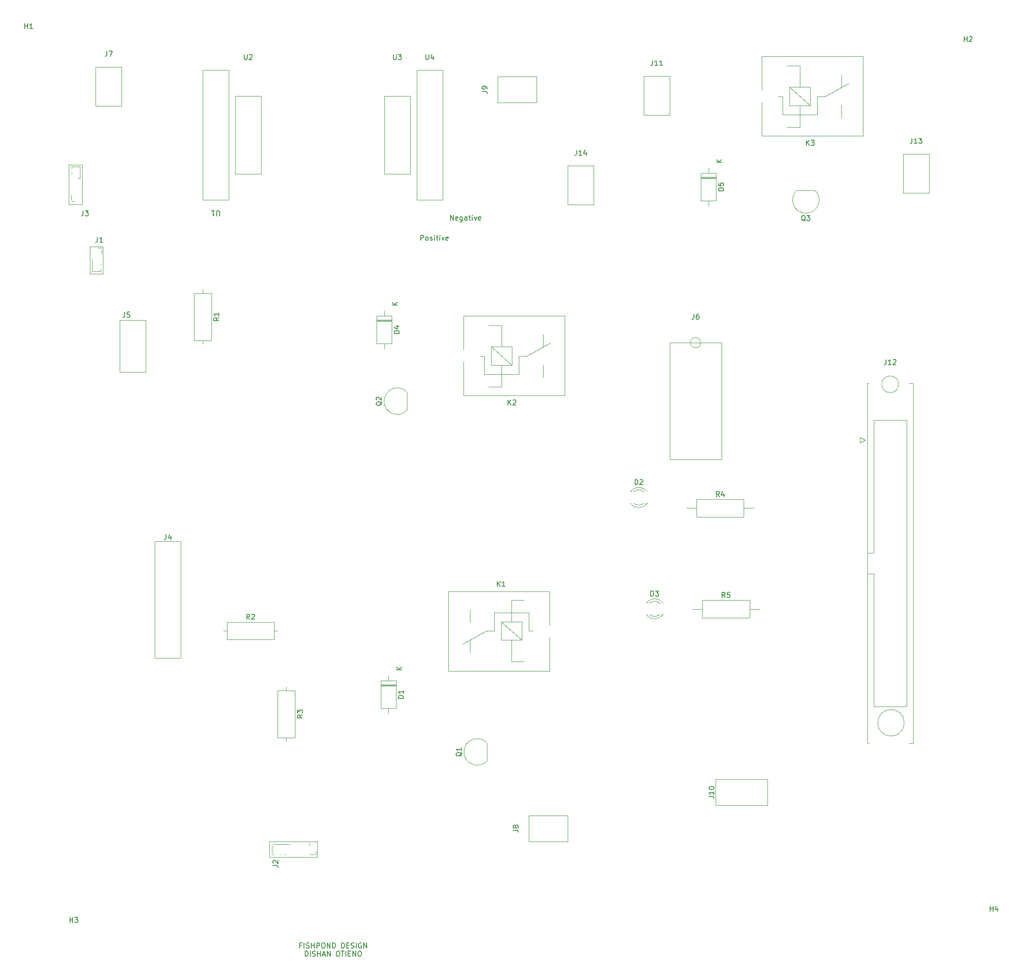
<source format=gbr>
%TF.GenerationSoftware,KiCad,Pcbnew,(6.0.2)*%
%TF.CreationDate,2023-04-19T16:32:00+03:00*%
%TF.ProjectId,Pond_circuit,506f6e64-5f63-4697-9263-7569742e6b69,rev?*%
%TF.SameCoordinates,Original*%
%TF.FileFunction,Legend,Top*%
%TF.FilePolarity,Positive*%
%FSLAX46Y46*%
G04 Gerber Fmt 4.6, Leading zero omitted, Abs format (unit mm)*
G04 Created by KiCad (PCBNEW (6.0.2)) date 2023-04-19 16:32:00*
%MOMM*%
%LPD*%
G01*
G04 APERTURE LIST*
%ADD10C,0.150000*%
%ADD11C,0.120000*%
G04 APERTURE END LIST*
D10*
X172968019Y-52192180D02*
X172968019Y-51192180D01*
X173539447Y-52192180D01*
X173539447Y-51192180D01*
X174396590Y-52144561D02*
X174301352Y-52192180D01*
X174110876Y-52192180D01*
X174015638Y-52144561D01*
X173968019Y-52049323D01*
X173968019Y-51668371D01*
X174015638Y-51573133D01*
X174110876Y-51525514D01*
X174301352Y-51525514D01*
X174396590Y-51573133D01*
X174444209Y-51668371D01*
X174444209Y-51763609D01*
X173968019Y-51858847D01*
X175301352Y-51525514D02*
X175301352Y-52335038D01*
X175253733Y-52430276D01*
X175206114Y-52477895D01*
X175110876Y-52525514D01*
X174968019Y-52525514D01*
X174872780Y-52477895D01*
X175301352Y-52144561D02*
X175206114Y-52192180D01*
X175015638Y-52192180D01*
X174920400Y-52144561D01*
X174872780Y-52096942D01*
X174825161Y-52001704D01*
X174825161Y-51715990D01*
X174872780Y-51620752D01*
X174920400Y-51573133D01*
X175015638Y-51525514D01*
X175206114Y-51525514D01*
X175301352Y-51573133D01*
X176206114Y-52192180D02*
X176206114Y-51668371D01*
X176158495Y-51573133D01*
X176063257Y-51525514D01*
X175872780Y-51525514D01*
X175777542Y-51573133D01*
X176206114Y-52144561D02*
X176110876Y-52192180D01*
X175872780Y-52192180D01*
X175777542Y-52144561D01*
X175729923Y-52049323D01*
X175729923Y-51954085D01*
X175777542Y-51858847D01*
X175872780Y-51811228D01*
X176110876Y-51811228D01*
X176206114Y-51763609D01*
X176539447Y-51525514D02*
X176920400Y-51525514D01*
X176682304Y-51192180D02*
X176682304Y-52049323D01*
X176729923Y-52144561D01*
X176825161Y-52192180D01*
X176920400Y-52192180D01*
X177253733Y-52192180D02*
X177253733Y-51525514D01*
X177253733Y-51192180D02*
X177206114Y-51239800D01*
X177253733Y-51287419D01*
X177301352Y-51239800D01*
X177253733Y-51192180D01*
X177253733Y-51287419D01*
X177634685Y-51525514D02*
X177872780Y-52192180D01*
X178110876Y-51525514D01*
X178872780Y-52144561D02*
X178777542Y-52192180D01*
X178587066Y-52192180D01*
X178491828Y-52144561D01*
X178444209Y-52049323D01*
X178444209Y-51668371D01*
X178491828Y-51573133D01*
X178587066Y-51525514D01*
X178777542Y-51525514D01*
X178872780Y-51573133D01*
X178920400Y-51668371D01*
X178920400Y-51763609D01*
X178444209Y-51858847D01*
X167133923Y-56154580D02*
X167133923Y-55154580D01*
X167514876Y-55154580D01*
X167610114Y-55202200D01*
X167657733Y-55249819D01*
X167705352Y-55345057D01*
X167705352Y-55487914D01*
X167657733Y-55583152D01*
X167610114Y-55630771D01*
X167514876Y-55678390D01*
X167133923Y-55678390D01*
X168276780Y-56154580D02*
X168181542Y-56106961D01*
X168133923Y-56059342D01*
X168086304Y-55964104D01*
X168086304Y-55678390D01*
X168133923Y-55583152D01*
X168181542Y-55535533D01*
X168276780Y-55487914D01*
X168419638Y-55487914D01*
X168514876Y-55535533D01*
X168562495Y-55583152D01*
X168610114Y-55678390D01*
X168610114Y-55964104D01*
X168562495Y-56059342D01*
X168514876Y-56106961D01*
X168419638Y-56154580D01*
X168276780Y-56154580D01*
X168991066Y-56106961D02*
X169086304Y-56154580D01*
X169276780Y-56154580D01*
X169372019Y-56106961D01*
X169419638Y-56011723D01*
X169419638Y-55964104D01*
X169372019Y-55868866D01*
X169276780Y-55821247D01*
X169133923Y-55821247D01*
X169038685Y-55773628D01*
X168991066Y-55678390D01*
X168991066Y-55630771D01*
X169038685Y-55535533D01*
X169133923Y-55487914D01*
X169276780Y-55487914D01*
X169372019Y-55535533D01*
X169848209Y-56154580D02*
X169848209Y-55487914D01*
X169848209Y-55154580D02*
X169800590Y-55202200D01*
X169848209Y-55249819D01*
X169895828Y-55202200D01*
X169848209Y-55154580D01*
X169848209Y-55249819D01*
X170181542Y-55487914D02*
X170562495Y-55487914D01*
X170324400Y-55154580D02*
X170324400Y-56011723D01*
X170372019Y-56106961D01*
X170467257Y-56154580D01*
X170562495Y-56154580D01*
X170895828Y-56154580D02*
X170895828Y-55487914D01*
X170895828Y-55154580D02*
X170848209Y-55202200D01*
X170895828Y-55249819D01*
X170943447Y-55202200D01*
X170895828Y-55154580D01*
X170895828Y-55249819D01*
X171276780Y-55487914D02*
X171514876Y-56154580D01*
X171752971Y-55487914D01*
X172514876Y-56106961D02*
X172419638Y-56154580D01*
X172229161Y-56154580D01*
X172133923Y-56106961D01*
X172086304Y-56011723D01*
X172086304Y-55630771D01*
X172133923Y-55535533D01*
X172229161Y-55487914D01*
X172419638Y-55487914D01*
X172514876Y-55535533D01*
X172562495Y-55630771D01*
X172562495Y-55726009D01*
X172086304Y-55821247D01*
X143785714Y-194123571D02*
X143452380Y-194123571D01*
X143452380Y-194647380D02*
X143452380Y-193647380D01*
X143928571Y-193647380D01*
X144309523Y-194647380D02*
X144309523Y-193647380D01*
X144738095Y-194599761D02*
X144880952Y-194647380D01*
X145119047Y-194647380D01*
X145214285Y-194599761D01*
X145261904Y-194552142D01*
X145309523Y-194456904D01*
X145309523Y-194361666D01*
X145261904Y-194266428D01*
X145214285Y-194218809D01*
X145119047Y-194171190D01*
X144928571Y-194123571D01*
X144833333Y-194075952D01*
X144785714Y-194028333D01*
X144738095Y-193933095D01*
X144738095Y-193837857D01*
X144785714Y-193742619D01*
X144833333Y-193695000D01*
X144928571Y-193647380D01*
X145166666Y-193647380D01*
X145309523Y-193695000D01*
X145738095Y-194647380D02*
X145738095Y-193647380D01*
X145738095Y-194123571D02*
X146309523Y-194123571D01*
X146309523Y-194647380D02*
X146309523Y-193647380D01*
X146785714Y-194647380D02*
X146785714Y-193647380D01*
X147166666Y-193647380D01*
X147261904Y-193695000D01*
X147309523Y-193742619D01*
X147357142Y-193837857D01*
X147357142Y-193980714D01*
X147309523Y-194075952D01*
X147261904Y-194123571D01*
X147166666Y-194171190D01*
X146785714Y-194171190D01*
X147976190Y-193647380D02*
X148166666Y-193647380D01*
X148261904Y-193695000D01*
X148357142Y-193790238D01*
X148404761Y-193980714D01*
X148404761Y-194314047D01*
X148357142Y-194504523D01*
X148261904Y-194599761D01*
X148166666Y-194647380D01*
X147976190Y-194647380D01*
X147880952Y-194599761D01*
X147785714Y-194504523D01*
X147738095Y-194314047D01*
X147738095Y-193980714D01*
X147785714Y-193790238D01*
X147880952Y-193695000D01*
X147976190Y-193647380D01*
X148833333Y-194647380D02*
X148833333Y-193647380D01*
X149404761Y-194647380D01*
X149404761Y-193647380D01*
X149880952Y-194647380D02*
X149880952Y-193647380D01*
X150119047Y-193647380D01*
X150261904Y-193695000D01*
X150357142Y-193790238D01*
X150404761Y-193885476D01*
X150452380Y-194075952D01*
X150452380Y-194218809D01*
X150404761Y-194409285D01*
X150357142Y-194504523D01*
X150261904Y-194599761D01*
X150119047Y-194647380D01*
X149880952Y-194647380D01*
X151642857Y-194647380D02*
X151642857Y-193647380D01*
X151880952Y-193647380D01*
X152023809Y-193695000D01*
X152119047Y-193790238D01*
X152166666Y-193885476D01*
X152214285Y-194075952D01*
X152214285Y-194218809D01*
X152166666Y-194409285D01*
X152119047Y-194504523D01*
X152023809Y-194599761D01*
X151880952Y-194647380D01*
X151642857Y-194647380D01*
X152642857Y-194123571D02*
X152976190Y-194123571D01*
X153119047Y-194647380D02*
X152642857Y-194647380D01*
X152642857Y-193647380D01*
X153119047Y-193647380D01*
X153500000Y-194599761D02*
X153642857Y-194647380D01*
X153880952Y-194647380D01*
X153976190Y-194599761D01*
X154023809Y-194552142D01*
X154071428Y-194456904D01*
X154071428Y-194361666D01*
X154023809Y-194266428D01*
X153976190Y-194218809D01*
X153880952Y-194171190D01*
X153690476Y-194123571D01*
X153595238Y-194075952D01*
X153547619Y-194028333D01*
X153500000Y-193933095D01*
X153500000Y-193837857D01*
X153547619Y-193742619D01*
X153595238Y-193695000D01*
X153690476Y-193647380D01*
X153928571Y-193647380D01*
X154071428Y-193695000D01*
X154500000Y-194647380D02*
X154500000Y-193647380D01*
X155500000Y-193695000D02*
X155404761Y-193647380D01*
X155261904Y-193647380D01*
X155119047Y-193695000D01*
X155023809Y-193790238D01*
X154976190Y-193885476D01*
X154928571Y-194075952D01*
X154928571Y-194218809D01*
X154976190Y-194409285D01*
X155023809Y-194504523D01*
X155119047Y-194599761D01*
X155261904Y-194647380D01*
X155357142Y-194647380D01*
X155500000Y-194599761D01*
X155547619Y-194552142D01*
X155547619Y-194218809D01*
X155357142Y-194218809D01*
X155976190Y-194647380D02*
X155976190Y-193647380D01*
X156547619Y-194647380D01*
X156547619Y-193647380D01*
X144523809Y-196257380D02*
X144523809Y-195257380D01*
X144761904Y-195257380D01*
X144904761Y-195305000D01*
X145000000Y-195400238D01*
X145047619Y-195495476D01*
X145095238Y-195685952D01*
X145095238Y-195828809D01*
X145047619Y-196019285D01*
X145000000Y-196114523D01*
X144904761Y-196209761D01*
X144761904Y-196257380D01*
X144523809Y-196257380D01*
X145523809Y-196257380D02*
X145523809Y-195257380D01*
X145952380Y-196209761D02*
X146095238Y-196257380D01*
X146333333Y-196257380D01*
X146428571Y-196209761D01*
X146476190Y-196162142D01*
X146523809Y-196066904D01*
X146523809Y-195971666D01*
X146476190Y-195876428D01*
X146428571Y-195828809D01*
X146333333Y-195781190D01*
X146142857Y-195733571D01*
X146047619Y-195685952D01*
X146000000Y-195638333D01*
X145952380Y-195543095D01*
X145952380Y-195447857D01*
X146000000Y-195352619D01*
X146047619Y-195305000D01*
X146142857Y-195257380D01*
X146380952Y-195257380D01*
X146523809Y-195305000D01*
X146952380Y-196257380D02*
X146952380Y-195257380D01*
X146952380Y-195733571D02*
X147523809Y-195733571D01*
X147523809Y-196257380D02*
X147523809Y-195257380D01*
X147952380Y-195971666D02*
X148428571Y-195971666D01*
X147857142Y-196257380D02*
X148190476Y-195257380D01*
X148523809Y-196257380D01*
X148857142Y-196257380D02*
X148857142Y-195257380D01*
X149428571Y-196257380D01*
X149428571Y-195257380D01*
X150857142Y-195257380D02*
X151047619Y-195257380D01*
X151142857Y-195305000D01*
X151238095Y-195400238D01*
X151285714Y-195590714D01*
X151285714Y-195924047D01*
X151238095Y-196114523D01*
X151142857Y-196209761D01*
X151047619Y-196257380D01*
X150857142Y-196257380D01*
X150761904Y-196209761D01*
X150666666Y-196114523D01*
X150619047Y-195924047D01*
X150619047Y-195590714D01*
X150666666Y-195400238D01*
X150761904Y-195305000D01*
X150857142Y-195257380D01*
X151571428Y-195257380D02*
X152142857Y-195257380D01*
X151857142Y-196257380D02*
X151857142Y-195257380D01*
X152476190Y-196257380D02*
X152476190Y-195257380D01*
X152952380Y-195733571D02*
X153285714Y-195733571D01*
X153428571Y-196257380D02*
X152952380Y-196257380D01*
X152952380Y-195257380D01*
X153428571Y-195257380D01*
X153857142Y-196257380D02*
X153857142Y-195257380D01*
X154428571Y-196257380D01*
X154428571Y-195257380D01*
X155095238Y-195257380D02*
X155285714Y-195257380D01*
X155380952Y-195305000D01*
X155476190Y-195400238D01*
X155523809Y-195590714D01*
X155523809Y-195924047D01*
X155476190Y-196114523D01*
X155380952Y-196209761D01*
X155285714Y-196257380D01*
X155095238Y-196257380D01*
X155000000Y-196209761D01*
X154904761Y-196114523D01*
X154857142Y-195924047D01*
X154857142Y-195590714D01*
X154904761Y-195400238D01*
X155000000Y-195305000D01*
X155095238Y-195257380D01*
%TO.C,J14*%
X197691476Y-38492180D02*
X197691476Y-39206466D01*
X197643857Y-39349323D01*
X197548619Y-39444561D01*
X197405761Y-39492180D01*
X197310523Y-39492180D01*
X198691476Y-39492180D02*
X198120047Y-39492180D01*
X198405761Y-39492180D02*
X198405761Y-38492180D01*
X198310523Y-38635038D01*
X198215285Y-38730276D01*
X198120047Y-38777895D01*
X199548619Y-38825514D02*
X199548619Y-39492180D01*
X199310523Y-38444561D02*
X199072428Y-39158847D01*
X199691476Y-39158847D01*
%TO.C,H4*%
X278638095Y-187452380D02*
X278638095Y-186452380D01*
X278638095Y-186928571D02*
X279209523Y-186928571D01*
X279209523Y-187452380D02*
X279209523Y-186452380D01*
X280114285Y-186785714D02*
X280114285Y-187452380D01*
X279876190Y-186404761D02*
X279638095Y-187119047D01*
X280257142Y-187119047D01*
%TO.C,U3*%
X161798095Y-19772380D02*
X161798095Y-20581904D01*
X161845714Y-20677142D01*
X161893333Y-20724761D01*
X161988571Y-20772380D01*
X162179047Y-20772380D01*
X162274285Y-20724761D01*
X162321904Y-20677142D01*
X162369523Y-20581904D01*
X162369523Y-19772380D01*
X162750476Y-19772380D02*
X163369523Y-19772380D01*
X163036190Y-20153333D01*
X163179047Y-20153333D01*
X163274285Y-20200952D01*
X163321904Y-20248571D01*
X163369523Y-20343809D01*
X163369523Y-20581904D01*
X163321904Y-20677142D01*
X163274285Y-20724761D01*
X163179047Y-20772380D01*
X162893333Y-20772380D01*
X162798095Y-20724761D01*
X162750476Y-20677142D01*
%TO.C,K1*%
X182135504Y-123891180D02*
X182135504Y-122891180D01*
X182706933Y-123891180D02*
X182278361Y-123319752D01*
X182706933Y-122891180D02*
X182135504Y-123462609D01*
X183659314Y-123891180D02*
X183087885Y-123891180D01*
X183373600Y-123891180D02*
X183373600Y-122891180D01*
X183278361Y-123034038D01*
X183183123Y-123129276D01*
X183087885Y-123176895D01*
%TO.C,R3*%
X143989980Y-149010666D02*
X143513790Y-149344000D01*
X143989980Y-149582095D02*
X142989980Y-149582095D01*
X142989980Y-149201142D01*
X143037600Y-149105904D01*
X143085219Y-149058285D01*
X143180457Y-149010666D01*
X143323314Y-149010666D01*
X143418552Y-149058285D01*
X143466171Y-149105904D01*
X143513790Y-149201142D01*
X143513790Y-149582095D01*
X142989980Y-148677333D02*
X142989980Y-148058285D01*
X143370933Y-148391619D01*
X143370933Y-148248761D01*
X143418552Y-148153523D01*
X143466171Y-148105904D01*
X143561409Y-148058285D01*
X143799504Y-148058285D01*
X143894742Y-148105904D01*
X143942361Y-148153523D01*
X143989980Y-148248761D01*
X143989980Y-148534476D01*
X143942361Y-148629714D01*
X143894742Y-148677333D01*
%TO.C,Q2*%
X159547619Y-87725238D02*
X159500000Y-87820476D01*
X159404761Y-87915714D01*
X159261904Y-88058571D01*
X159214285Y-88153809D01*
X159214285Y-88249047D01*
X159452380Y-88201428D02*
X159404761Y-88296666D01*
X159309523Y-88391904D01*
X159119047Y-88439523D01*
X158785714Y-88439523D01*
X158595238Y-88391904D01*
X158500000Y-88296666D01*
X158452380Y-88201428D01*
X158452380Y-88010952D01*
X158500000Y-87915714D01*
X158595238Y-87820476D01*
X158785714Y-87772857D01*
X159119047Y-87772857D01*
X159309523Y-87820476D01*
X159404761Y-87915714D01*
X159452380Y-88010952D01*
X159452380Y-88201428D01*
X158547619Y-87391904D02*
X158500000Y-87344285D01*
X158452380Y-87249047D01*
X158452380Y-87010952D01*
X158500000Y-86915714D01*
X158547619Y-86868095D01*
X158642857Y-86820476D01*
X158738095Y-86820476D01*
X158880952Y-86868095D01*
X159452380Y-87439523D01*
X159452380Y-86820476D01*
%TO.C,J5*%
X109191466Y-70216780D02*
X109191466Y-70931066D01*
X109143847Y-71073923D01*
X109048609Y-71169161D01*
X108905752Y-71216780D01*
X108810514Y-71216780D01*
X110143847Y-70216780D02*
X109667657Y-70216780D01*
X109620038Y-70692971D01*
X109667657Y-70645352D01*
X109762895Y-70597733D01*
X110000990Y-70597733D01*
X110096228Y-70645352D01*
X110143847Y-70692971D01*
X110191466Y-70788209D01*
X110191466Y-71026304D01*
X110143847Y-71121542D01*
X110096228Y-71169161D01*
X110000990Y-71216780D01*
X109762895Y-71216780D01*
X109667657Y-71169161D01*
X109620038Y-71121542D01*
%TO.C,U1*%
X127761904Y-51347619D02*
X127761904Y-50538095D01*
X127714285Y-50442857D01*
X127666666Y-50395238D01*
X127571428Y-50347619D01*
X127380952Y-50347619D01*
X127285714Y-50395238D01*
X127238095Y-50442857D01*
X127190476Y-50538095D01*
X127190476Y-51347619D01*
X126190476Y-50347619D02*
X126761904Y-50347619D01*
X126476190Y-50347619D02*
X126476190Y-51347619D01*
X126571428Y-51204761D01*
X126666666Y-51109523D01*
X126761904Y-51061904D01*
%TO.C,Q1*%
X175198419Y-156356038D02*
X175150800Y-156451276D01*
X175055561Y-156546514D01*
X174912704Y-156689371D01*
X174865085Y-156784609D01*
X174865085Y-156879847D01*
X175103180Y-156832228D02*
X175055561Y-156927466D01*
X174960323Y-157022704D01*
X174769847Y-157070323D01*
X174436514Y-157070323D01*
X174246038Y-157022704D01*
X174150800Y-156927466D01*
X174103180Y-156832228D01*
X174103180Y-156641752D01*
X174150800Y-156546514D01*
X174246038Y-156451276D01*
X174436514Y-156403657D01*
X174769847Y-156403657D01*
X174960323Y-156451276D01*
X175055561Y-156546514D01*
X175103180Y-156641752D01*
X175103180Y-156832228D01*
X175103180Y-155451276D02*
X175103180Y-156022704D01*
X175103180Y-155736990D02*
X174103180Y-155736990D01*
X174246038Y-155832228D01*
X174341276Y-155927466D01*
X174388895Y-156022704D01*
%TO.C,U2*%
X132588095Y-19772380D02*
X132588095Y-20581904D01*
X132635714Y-20677142D01*
X132683333Y-20724761D01*
X132778571Y-20772380D01*
X132969047Y-20772380D01*
X133064285Y-20724761D01*
X133111904Y-20677142D01*
X133159523Y-20581904D01*
X133159523Y-19772380D01*
X133588095Y-19867619D02*
X133635714Y-19820000D01*
X133730952Y-19772380D01*
X133969047Y-19772380D01*
X134064285Y-19820000D01*
X134111904Y-19867619D01*
X134159523Y-19962857D01*
X134159523Y-20058095D01*
X134111904Y-20200952D01*
X133540476Y-20772380D01*
X134159523Y-20772380D01*
%TO.C,D3*%
X212210504Y-125762380D02*
X212210504Y-124762380D01*
X212448600Y-124762380D01*
X212591457Y-124810000D01*
X212686695Y-124905238D01*
X212734314Y-125000476D01*
X212781933Y-125190952D01*
X212781933Y-125333809D01*
X212734314Y-125524285D01*
X212686695Y-125619523D01*
X212591457Y-125714761D01*
X212448600Y-125762380D01*
X212210504Y-125762380D01*
X213115266Y-124762380D02*
X213734314Y-124762380D01*
X213400980Y-125143333D01*
X213543838Y-125143333D01*
X213639076Y-125190952D01*
X213686695Y-125238571D01*
X213734314Y-125333809D01*
X213734314Y-125571904D01*
X213686695Y-125667142D01*
X213639076Y-125714761D01*
X213543838Y-125762380D01*
X213258123Y-125762380D01*
X213162885Y-125714761D01*
X213115266Y-125667142D01*
%TO.C,U4*%
X168148095Y-19772380D02*
X168148095Y-20581904D01*
X168195714Y-20677142D01*
X168243333Y-20724761D01*
X168338571Y-20772380D01*
X168529047Y-20772380D01*
X168624285Y-20724761D01*
X168671904Y-20677142D01*
X168719523Y-20581904D01*
X168719523Y-19772380D01*
X169624285Y-20105714D02*
X169624285Y-20772380D01*
X169386190Y-19724761D02*
X169148095Y-20439047D01*
X169767142Y-20439047D01*
%TO.C,J12*%
X258270476Y-79462380D02*
X258270476Y-80176666D01*
X258222857Y-80319523D01*
X258127619Y-80414761D01*
X257984761Y-80462380D01*
X257889523Y-80462380D01*
X259270476Y-80462380D02*
X258699047Y-80462380D01*
X258984761Y-80462380D02*
X258984761Y-79462380D01*
X258889523Y-79605238D01*
X258794285Y-79700476D01*
X258699047Y-79748095D01*
X259651428Y-79557619D02*
X259699047Y-79510000D01*
X259794285Y-79462380D01*
X260032380Y-79462380D01*
X260127619Y-79510000D01*
X260175238Y-79557619D01*
X260222857Y-79652857D01*
X260222857Y-79748095D01*
X260175238Y-79890952D01*
X259603809Y-80462380D01*
X260222857Y-80462380D01*
%TO.C,R5*%
X226756933Y-126053180D02*
X226423600Y-125576990D01*
X226185504Y-126053180D02*
X226185504Y-125053180D01*
X226566457Y-125053180D01*
X226661695Y-125100800D01*
X226709314Y-125148419D01*
X226756933Y-125243657D01*
X226756933Y-125386514D01*
X226709314Y-125481752D01*
X226661695Y-125529371D01*
X226566457Y-125576990D01*
X226185504Y-125576990D01*
X227661695Y-125053180D02*
X227185504Y-125053180D01*
X227137885Y-125529371D01*
X227185504Y-125481752D01*
X227280742Y-125434133D01*
X227518838Y-125434133D01*
X227614076Y-125481752D01*
X227661695Y-125529371D01*
X227709314Y-125624609D01*
X227709314Y-125862704D01*
X227661695Y-125957942D01*
X227614076Y-126005561D01*
X227518838Y-126053180D01*
X227280742Y-126053180D01*
X227185504Y-126005561D01*
X227137885Y-125957942D01*
%TO.C,J11*%
X212550476Y-20947380D02*
X212550476Y-21661666D01*
X212502857Y-21804523D01*
X212407619Y-21899761D01*
X212264761Y-21947380D01*
X212169523Y-21947380D01*
X213550476Y-21947380D02*
X212979047Y-21947380D01*
X213264761Y-21947380D02*
X213264761Y-20947380D01*
X213169523Y-21090238D01*
X213074285Y-21185476D01*
X212979047Y-21233095D01*
X214502857Y-21947380D02*
X213931428Y-21947380D01*
X214217142Y-21947380D02*
X214217142Y-20947380D01*
X214121904Y-21090238D01*
X214026666Y-21185476D01*
X213931428Y-21233095D01*
%TO.C,R1*%
X127632380Y-71286666D02*
X127156190Y-71620000D01*
X127632380Y-71858095D02*
X126632380Y-71858095D01*
X126632380Y-71477142D01*
X126680000Y-71381904D01*
X126727619Y-71334285D01*
X126822857Y-71286666D01*
X126965714Y-71286666D01*
X127060952Y-71334285D01*
X127108571Y-71381904D01*
X127156190Y-71477142D01*
X127156190Y-71858095D01*
X127632380Y-70334285D02*
X127632380Y-70905714D01*
X127632380Y-70620000D02*
X126632380Y-70620000D01*
X126775238Y-70715238D01*
X126870476Y-70810476D01*
X126918095Y-70905714D01*
%TO.C,J10*%
X223581980Y-164995123D02*
X224296266Y-164995123D01*
X224439123Y-165042742D01*
X224534361Y-165137980D01*
X224581980Y-165280838D01*
X224581980Y-165376076D01*
X224581980Y-163995123D02*
X224581980Y-164566552D01*
X224581980Y-164280838D02*
X223581980Y-164280838D01*
X223724838Y-164376076D01*
X223820076Y-164471314D01*
X223867695Y-164566552D01*
X223581980Y-163376076D02*
X223581980Y-163280838D01*
X223629600Y-163185600D01*
X223677219Y-163137980D01*
X223772457Y-163090361D01*
X223962933Y-163042742D01*
X224201028Y-163042742D01*
X224391504Y-163090361D01*
X224486742Y-163137980D01*
X224534361Y-163185600D01*
X224581980Y-163280838D01*
X224581980Y-163376076D01*
X224534361Y-163471314D01*
X224486742Y-163518933D01*
X224391504Y-163566552D01*
X224201028Y-163614171D01*
X223962933Y-163614171D01*
X223772457Y-163566552D01*
X223677219Y-163518933D01*
X223629600Y-163471314D01*
X223581980Y-163376076D01*
%TO.C,K3*%
X242701904Y-37592380D02*
X242701904Y-36592380D01*
X243273333Y-37592380D02*
X242844761Y-37020952D01*
X243273333Y-36592380D02*
X242701904Y-37163809D01*
X243606666Y-36592380D02*
X244225714Y-36592380D01*
X243892380Y-36973333D01*
X244035238Y-36973333D01*
X244130476Y-37020952D01*
X244178095Y-37068571D01*
X244225714Y-37163809D01*
X244225714Y-37401904D01*
X244178095Y-37497142D01*
X244130476Y-37544761D01*
X244035238Y-37592380D01*
X243749523Y-37592380D01*
X243654285Y-37544761D01*
X243606666Y-37497142D01*
%TO.C,H1*%
X89611295Y-14727180D02*
X89611295Y-13727180D01*
X89611295Y-14203371D02*
X90182723Y-14203371D01*
X90182723Y-14727180D02*
X90182723Y-13727180D01*
X91182723Y-14727180D02*
X90611295Y-14727180D01*
X90897009Y-14727180D02*
X90897009Y-13727180D01*
X90801771Y-13870038D01*
X90706533Y-13965276D01*
X90611295Y-14012895D01*
%TO.C,J7*%
X105711666Y-19137380D02*
X105711666Y-19851666D01*
X105664047Y-19994523D01*
X105568809Y-20089761D01*
X105425952Y-20137380D01*
X105330714Y-20137380D01*
X106092619Y-19137380D02*
X106759285Y-19137380D01*
X106330714Y-20137380D01*
%TO.C,J6*%
X220646666Y-70572380D02*
X220646666Y-71286666D01*
X220599047Y-71429523D01*
X220503809Y-71524761D01*
X220360952Y-71572380D01*
X220265714Y-71572380D01*
X221551428Y-70572380D02*
X221360952Y-70572380D01*
X221265714Y-70620000D01*
X221218095Y-70667619D01*
X221122857Y-70810476D01*
X221075238Y-71000952D01*
X221075238Y-71381904D01*
X221122857Y-71477142D01*
X221170476Y-71524761D01*
X221265714Y-71572380D01*
X221456190Y-71572380D01*
X221551428Y-71524761D01*
X221599047Y-71477142D01*
X221646666Y-71381904D01*
X221646666Y-71143809D01*
X221599047Y-71048571D01*
X221551428Y-71000952D01*
X221456190Y-70953333D01*
X221265714Y-70953333D01*
X221170476Y-71000952D01*
X221122857Y-71048571D01*
X221075238Y-71143809D01*
%TO.C,J3*%
X101063466Y-50353980D02*
X101063466Y-51068266D01*
X101015847Y-51211123D01*
X100920609Y-51306361D01*
X100777752Y-51353980D01*
X100682514Y-51353980D01*
X101444419Y-50353980D02*
X102063466Y-50353980D01*
X101730133Y-50734933D01*
X101872990Y-50734933D01*
X101968228Y-50782552D01*
X102015847Y-50830171D01*
X102063466Y-50925409D01*
X102063466Y-51163504D01*
X102015847Y-51258742D01*
X101968228Y-51306361D01*
X101872990Y-51353980D01*
X101587276Y-51353980D01*
X101492038Y-51306361D01*
X101444419Y-51258742D01*
%TO.C,J13*%
X263350476Y-36187380D02*
X263350476Y-36901666D01*
X263302857Y-37044523D01*
X263207619Y-37139761D01*
X263064761Y-37187380D01*
X262969523Y-37187380D01*
X264350476Y-37187380D02*
X263779047Y-37187380D01*
X264064761Y-37187380D02*
X264064761Y-36187380D01*
X263969523Y-36330238D01*
X263874285Y-36425476D01*
X263779047Y-36473095D01*
X264683809Y-36187380D02*
X265302857Y-36187380D01*
X264969523Y-36568333D01*
X265112380Y-36568333D01*
X265207619Y-36615952D01*
X265255238Y-36663571D01*
X265302857Y-36758809D01*
X265302857Y-36996904D01*
X265255238Y-37092142D01*
X265207619Y-37139761D01*
X265112380Y-37187380D01*
X264826666Y-37187380D01*
X264731428Y-37139761D01*
X264683809Y-37092142D01*
%TO.C,D5*%
X226442380Y-46458095D02*
X225442380Y-46458095D01*
X225442380Y-46220000D01*
X225490000Y-46077142D01*
X225585238Y-45981904D01*
X225680476Y-45934285D01*
X225870952Y-45886666D01*
X226013809Y-45886666D01*
X226204285Y-45934285D01*
X226299523Y-45981904D01*
X226394761Y-46077142D01*
X226442380Y-46220000D01*
X226442380Y-46458095D01*
X225442380Y-44981904D02*
X225442380Y-45458095D01*
X225918571Y-45505714D01*
X225870952Y-45458095D01*
X225823333Y-45362857D01*
X225823333Y-45124761D01*
X225870952Y-45029523D01*
X225918571Y-44981904D01*
X226013809Y-44934285D01*
X226251904Y-44934285D01*
X226347142Y-44981904D01*
X226394761Y-45029523D01*
X226442380Y-45124761D01*
X226442380Y-45362857D01*
X226394761Y-45458095D01*
X226347142Y-45505714D01*
X226072380Y-40901904D02*
X225072380Y-40901904D01*
X226072380Y-40330476D02*
X225500952Y-40759047D01*
X225072380Y-40330476D02*
X225643809Y-40901904D01*
%TO.C,J4*%
X117319466Y-113701580D02*
X117319466Y-114415866D01*
X117271847Y-114558723D01*
X117176609Y-114653961D01*
X117033752Y-114701580D01*
X116938514Y-114701580D01*
X118224228Y-114034914D02*
X118224228Y-114701580D01*
X117986133Y-113653961D02*
X117748038Y-114368247D01*
X118367085Y-114368247D01*
%TO.C,D4*%
X162942380Y-74398095D02*
X161942380Y-74398095D01*
X161942380Y-74160000D01*
X161990000Y-74017142D01*
X162085238Y-73921904D01*
X162180476Y-73874285D01*
X162370952Y-73826666D01*
X162513809Y-73826666D01*
X162704285Y-73874285D01*
X162799523Y-73921904D01*
X162894761Y-74017142D01*
X162942380Y-74160000D01*
X162942380Y-74398095D01*
X162275714Y-72969523D02*
X162942380Y-72969523D01*
X161894761Y-73207619D02*
X162609047Y-73445714D01*
X162609047Y-72826666D01*
X162572380Y-68841904D02*
X161572380Y-68841904D01*
X162572380Y-68270476D02*
X162000952Y-68699047D01*
X161572380Y-68270476D02*
X162143809Y-68841904D01*
%TO.C,K2*%
X184281904Y-88392380D02*
X184281904Y-87392380D01*
X184853333Y-88392380D02*
X184424761Y-87820952D01*
X184853333Y-87392380D02*
X184281904Y-87963809D01*
X185234285Y-87487619D02*
X185281904Y-87440000D01*
X185377142Y-87392380D01*
X185615238Y-87392380D01*
X185710476Y-87440000D01*
X185758095Y-87487619D01*
X185805714Y-87582857D01*
X185805714Y-87678095D01*
X185758095Y-87820952D01*
X185186666Y-88392380D01*
X185805714Y-88392380D01*
%TO.C,J1*%
X103857466Y-55535580D02*
X103857466Y-56249866D01*
X103809847Y-56392723D01*
X103714609Y-56487961D01*
X103571752Y-56535580D01*
X103476514Y-56535580D01*
X104857466Y-56535580D02*
X104286038Y-56535580D01*
X104571752Y-56535580D02*
X104571752Y-55535580D01*
X104476514Y-55678438D01*
X104381276Y-55773676D01*
X104286038Y-55821295D01*
%TO.C,D2*%
X209111704Y-103969180D02*
X209111704Y-102969180D01*
X209349800Y-102969180D01*
X209492657Y-103016800D01*
X209587895Y-103112038D01*
X209635514Y-103207276D01*
X209683133Y-103397752D01*
X209683133Y-103540609D01*
X209635514Y-103731085D01*
X209587895Y-103826323D01*
X209492657Y-103921561D01*
X209349800Y-103969180D01*
X209111704Y-103969180D01*
X210064085Y-103064419D02*
X210111704Y-103016800D01*
X210206942Y-102969180D01*
X210445038Y-102969180D01*
X210540276Y-103016800D01*
X210587895Y-103064419D01*
X210635514Y-103159657D01*
X210635514Y-103254895D01*
X210587895Y-103397752D01*
X210016466Y-103969180D01*
X210635514Y-103969180D01*
%TO.C,Q3*%
X242474761Y-52367619D02*
X242379523Y-52320000D01*
X242284285Y-52224761D01*
X242141428Y-52081904D01*
X242046190Y-52034285D01*
X241950952Y-52034285D01*
X241998571Y-52272380D02*
X241903333Y-52224761D01*
X241808095Y-52129523D01*
X241760476Y-51939047D01*
X241760476Y-51605714D01*
X241808095Y-51415238D01*
X241903333Y-51320000D01*
X241998571Y-51272380D01*
X242189047Y-51272380D01*
X242284285Y-51320000D01*
X242379523Y-51415238D01*
X242427142Y-51605714D01*
X242427142Y-51939047D01*
X242379523Y-52129523D01*
X242284285Y-52224761D01*
X242189047Y-52272380D01*
X241998571Y-52272380D01*
X242760476Y-51272380D02*
X243379523Y-51272380D01*
X243046190Y-51653333D01*
X243189047Y-51653333D01*
X243284285Y-51700952D01*
X243331904Y-51748571D01*
X243379523Y-51843809D01*
X243379523Y-52081904D01*
X243331904Y-52177142D01*
X243284285Y-52224761D01*
X243189047Y-52272380D01*
X242903333Y-52272380D01*
X242808095Y-52224761D01*
X242760476Y-52177142D01*
%TO.C,R4*%
X225639333Y-106291980D02*
X225306000Y-105815790D01*
X225067904Y-106291980D02*
X225067904Y-105291980D01*
X225448857Y-105291980D01*
X225544095Y-105339600D01*
X225591714Y-105387219D01*
X225639333Y-105482457D01*
X225639333Y-105625314D01*
X225591714Y-105720552D01*
X225544095Y-105768171D01*
X225448857Y-105815790D01*
X225067904Y-105815790D01*
X226496476Y-105625314D02*
X226496476Y-106291980D01*
X226258380Y-105244361D02*
X226020285Y-105958647D01*
X226639333Y-105958647D01*
%TO.C,J8*%
X185227980Y-171580133D02*
X185942266Y-171580133D01*
X186085123Y-171627752D01*
X186180361Y-171722990D01*
X186227980Y-171865847D01*
X186227980Y-171961085D01*
X185656552Y-170961085D02*
X185608933Y-171056323D01*
X185561314Y-171103942D01*
X185466076Y-171151561D01*
X185418457Y-171151561D01*
X185323219Y-171103942D01*
X185275600Y-171056323D01*
X185227980Y-170961085D01*
X185227980Y-170770609D01*
X185275600Y-170675371D01*
X185323219Y-170627752D01*
X185418457Y-170580133D01*
X185466076Y-170580133D01*
X185561314Y-170627752D01*
X185608933Y-170675371D01*
X185656552Y-170770609D01*
X185656552Y-170961085D01*
X185704171Y-171056323D01*
X185751790Y-171103942D01*
X185847028Y-171151561D01*
X186037504Y-171151561D01*
X186132742Y-171103942D01*
X186180361Y-171056323D01*
X186227980Y-170961085D01*
X186227980Y-170770609D01*
X186180361Y-170675371D01*
X186132742Y-170627752D01*
X186037504Y-170580133D01*
X185847028Y-170580133D01*
X185751790Y-170627752D01*
X185704171Y-170675371D01*
X185656552Y-170770609D01*
%TO.C,R2*%
X133640533Y-130320380D02*
X133307200Y-129844190D01*
X133069104Y-130320380D02*
X133069104Y-129320380D01*
X133450057Y-129320380D01*
X133545295Y-129368000D01*
X133592914Y-129415619D01*
X133640533Y-129510857D01*
X133640533Y-129653714D01*
X133592914Y-129748952D01*
X133545295Y-129796571D01*
X133450057Y-129844190D01*
X133069104Y-129844190D01*
X134021485Y-129415619D02*
X134069104Y-129368000D01*
X134164342Y-129320380D01*
X134402438Y-129320380D01*
X134497676Y-129368000D01*
X134545295Y-129415619D01*
X134592914Y-129510857D01*
X134592914Y-129606095D01*
X134545295Y-129748952D01*
X133973866Y-130320380D01*
X134592914Y-130320380D01*
%TO.C,D1*%
X163755180Y-145772095D02*
X162755180Y-145772095D01*
X162755180Y-145534000D01*
X162802800Y-145391142D01*
X162898038Y-145295904D01*
X162993276Y-145248285D01*
X163183752Y-145200666D01*
X163326609Y-145200666D01*
X163517085Y-145248285D01*
X163612323Y-145295904D01*
X163707561Y-145391142D01*
X163755180Y-145534000D01*
X163755180Y-145772095D01*
X163755180Y-144248285D02*
X163755180Y-144819714D01*
X163755180Y-144534000D02*
X162755180Y-144534000D01*
X162898038Y-144629238D01*
X162993276Y-144724476D01*
X163040895Y-144819714D01*
X163385180Y-140215904D02*
X162385180Y-140215904D01*
X163385180Y-139644476D02*
X162813752Y-140073047D01*
X162385180Y-139644476D02*
X162956609Y-140215904D01*
%TO.C,J2*%
X138212580Y-178488933D02*
X138926866Y-178488933D01*
X139069723Y-178536552D01*
X139164961Y-178631790D01*
X139212580Y-178774647D01*
X139212580Y-178869885D01*
X138307819Y-178060361D02*
X138260200Y-178012742D01*
X138212580Y-177917504D01*
X138212580Y-177679409D01*
X138260200Y-177584171D01*
X138307819Y-177536552D01*
X138403057Y-177488933D01*
X138498295Y-177488933D01*
X138641152Y-177536552D01*
X139212580Y-178107980D01*
X139212580Y-177488933D01*
%TO.C,J9*%
X179157380Y-27003333D02*
X179871666Y-27003333D01*
X180014523Y-27050952D01*
X180109761Y-27146190D01*
X180157380Y-27289047D01*
X180157380Y-27384285D01*
X180157380Y-26479523D02*
X180157380Y-26289047D01*
X180109761Y-26193809D01*
X180062142Y-26146190D01*
X179919285Y-26050952D01*
X179728809Y-26003333D01*
X179347857Y-26003333D01*
X179252619Y-26050952D01*
X179205000Y-26098571D01*
X179157380Y-26193809D01*
X179157380Y-26384285D01*
X179205000Y-26479523D01*
X179252619Y-26527142D01*
X179347857Y-26574761D01*
X179585952Y-26574761D01*
X179681190Y-26527142D01*
X179728809Y-26479523D01*
X179776428Y-26384285D01*
X179776428Y-26193809D01*
X179728809Y-26098571D01*
X179681190Y-26050952D01*
X179585952Y-26003333D01*
%TO.C,H3*%
X98450495Y-189636780D02*
X98450495Y-188636780D01*
X98450495Y-189112971D02*
X99021923Y-189112971D01*
X99021923Y-189636780D02*
X99021923Y-188636780D01*
X99402876Y-188636780D02*
X100021923Y-188636780D01*
X99688590Y-189017733D01*
X99831447Y-189017733D01*
X99926685Y-189065352D01*
X99974304Y-189112971D01*
X100021923Y-189208209D01*
X100021923Y-189446304D01*
X99974304Y-189541542D01*
X99926685Y-189589161D01*
X99831447Y-189636780D01*
X99545733Y-189636780D01*
X99450495Y-189589161D01*
X99402876Y-189541542D01*
%TO.C,H2*%
X273558095Y-17272380D02*
X273558095Y-16272380D01*
X273558095Y-16748571D02*
X274129523Y-16748571D01*
X274129523Y-17272380D02*
X274129523Y-16272380D01*
X274558095Y-16367619D02*
X274605714Y-16320000D01*
X274700952Y-16272380D01*
X274939047Y-16272380D01*
X275034285Y-16320000D01*
X275081904Y-16367619D01*
X275129523Y-16462857D01*
X275129523Y-16558095D01*
X275081904Y-16700952D01*
X274510476Y-17272380D01*
X275129523Y-17272380D01*
D11*
%TO.C,J14*%
X195961000Y-41579800D02*
X201041000Y-41579800D01*
X201041000Y-41579800D02*
X201041000Y-49199800D01*
X201041000Y-49199800D02*
X195961000Y-49199800D01*
X195961000Y-49199800D02*
X195961000Y-41579800D01*
%TO.C,U3*%
X160020000Y-27940000D02*
X165100000Y-27940000D01*
X165100000Y-27940000D02*
X165100000Y-43180000D01*
X165100000Y-43180000D02*
X160020000Y-43180000D01*
X160020000Y-43180000D02*
X160020000Y-27940000D01*
%TO.C,K1*%
X192373600Y-131438800D02*
X192373600Y-124838800D01*
X184923600Y-138588800D02*
X184923600Y-134388800D01*
X172573600Y-124838800D02*
X192373600Y-124838800D01*
X184923600Y-138588800D02*
X187423600Y-138588800D01*
X176823600Y-128438800D02*
X176823600Y-130888800D01*
X187423600Y-126588800D02*
X184923600Y-126588800D01*
X184923600Y-130788800D02*
X184923600Y-126588800D01*
X188323600Y-132588800D02*
X189123600Y-132588800D01*
X192373600Y-140438800D02*
X192373600Y-133838800D01*
X192373600Y-140438800D02*
X172573600Y-140438800D01*
X182923600Y-134388800D02*
X182923600Y-130788800D01*
X186923600Y-134388800D02*
X182923600Y-134388800D01*
X172573600Y-140438800D02*
X172573600Y-124838800D01*
X182923600Y-130788800D02*
X186923600Y-130788800D01*
X181523600Y-132588800D02*
X180023600Y-132588800D01*
X182923600Y-130788800D02*
X186923600Y-134388800D01*
X186923600Y-130788800D02*
X186923600Y-134388800D01*
X181523600Y-128988800D02*
X188323600Y-128988800D01*
X176823600Y-136838800D02*
X176823600Y-134338800D01*
X181523600Y-132588800D02*
X181523600Y-128988800D01*
X188323600Y-132588800D02*
X188323600Y-128988800D01*
X180023600Y-132588800D02*
X175423600Y-135088800D01*
%TO.C,R3*%
X142537600Y-153464000D02*
X142537600Y-144224000D01*
X140817600Y-154154000D02*
X140817600Y-153464000D01*
X139097600Y-144224000D02*
X139097600Y-153464000D01*
X140817600Y-143534000D02*
X140817600Y-144224000D01*
X142537600Y-144224000D02*
X139097600Y-144224000D01*
X139097600Y-153464000D02*
X142537600Y-153464000D01*
%TO.C,Q2*%
X164410000Y-89430000D02*
X164410000Y-85830000D01*
X159959999Y-87630000D02*
G75*
G03*
X164398478Y-89468478I2600001J0D01*
G01*
X164398478Y-85791522D02*
G75*
G03*
X159960000Y-87630000I-1838478J-1838478D01*
G01*
%TO.C,J5*%
X108254800Y-71780400D02*
X113334800Y-71780400D01*
X113334800Y-71780400D02*
X113334800Y-81940400D01*
X113334800Y-81940400D02*
X108254800Y-81940400D01*
X108254800Y-81940400D02*
X108254800Y-71780400D01*
%TO.C,U1*%
X129540000Y-48260000D02*
X124460000Y-48260000D01*
X124460000Y-48260000D02*
X124460000Y-22860000D01*
X124460000Y-22860000D02*
X129540000Y-22860000D01*
X129540000Y-22860000D02*
X129540000Y-48260000D01*
%TO.C,Q1*%
X180060800Y-158060800D02*
X180060800Y-154460800D01*
X175610799Y-156260800D02*
G75*
G03*
X180049278Y-158099278I2600001J0D01*
G01*
X180049278Y-154422322D02*
G75*
G03*
X175610800Y-156260800I-1838478J-1838478D01*
G01*
%TO.C,U2*%
X130810000Y-27940000D02*
X135890000Y-27940000D01*
X135890000Y-27940000D02*
X135890000Y-43180000D01*
X135890000Y-43180000D02*
X130810000Y-43180000D01*
X130810000Y-43180000D02*
X130810000Y-27940000D01*
%TO.C,D3*%
X211388600Y-127034000D02*
X211388600Y-127190000D01*
X211388600Y-129350000D02*
X211388600Y-129506000D01*
X211907639Y-129350000D02*
G75*
G03*
X213989730Y-129349837I1040961J1080000D01*
G01*
X214620935Y-127191392D02*
G75*
G03*
X211388600Y-127034484I-1672335J-1078609D01*
G01*
X213989730Y-127190163D02*
G75*
G03*
X211907639Y-127190000I-1041130J-1079837D01*
G01*
X211388600Y-129505516D02*
G75*
G03*
X214620935Y-129348608I1560000J1235517D01*
G01*
%TO.C,U4*%
X166370000Y-22860000D02*
X171450000Y-22860000D01*
X171450000Y-22860000D02*
X171450000Y-48260000D01*
X171450000Y-48260000D02*
X166370000Y-48260000D01*
X166370000Y-48260000D02*
X166370000Y-22860000D01*
%TO.C,J12*%
X262720000Y-84170000D02*
X263590000Y-84170000D01*
X255880000Y-121430000D02*
X254570000Y-121430000D01*
X253180000Y-94750000D02*
X253180000Y-95750000D01*
X262280000Y-147430000D02*
X255880000Y-147430000D01*
X254570000Y-84170000D02*
X254570000Y-154590000D01*
X255880000Y-91330000D02*
X262280000Y-91330000D01*
X254570000Y-117330000D02*
X255880000Y-117330000D01*
X255880000Y-121430000D02*
X255880000Y-121430000D01*
X254940000Y-84170000D02*
X254570000Y-84170000D01*
X253180000Y-95750000D02*
X254180000Y-95250000D01*
X254180000Y-95250000D02*
X253180000Y-94750000D01*
X262280000Y-91330000D02*
X262280000Y-147430000D01*
X255880000Y-117330000D02*
X255880000Y-91330000D01*
X263590000Y-84170000D02*
X263590000Y-154590000D01*
X255880000Y-147430000D02*
X255880000Y-121430000D01*
X263590000Y-154590000D02*
X262720000Y-154590000D01*
X254570000Y-154590000D02*
X254940000Y-154590000D01*
X260718251Y-84328000D02*
G75*
G03*
X260718251Y-84328000I-1638251J0D01*
G01*
X261822702Y-150571200D02*
G75*
G03*
X261822702Y-150571200I-2590302J0D01*
G01*
%TO.C,R5*%
X231543600Y-130040800D02*
X231543600Y-126600800D01*
X233503600Y-128320800D02*
X231543600Y-128320800D01*
X220343600Y-128320800D02*
X222303600Y-128320800D01*
X222303600Y-126600800D02*
X222303600Y-130040800D01*
X222303600Y-130040800D02*
X231543600Y-130040800D01*
X231543600Y-126600800D02*
X222303600Y-126600800D01*
%TO.C,J11*%
X210820000Y-24035000D02*
X215900000Y-24035000D01*
X215900000Y-24035000D02*
X215900000Y-31655000D01*
X215900000Y-31655000D02*
X210820000Y-31655000D01*
X210820000Y-31655000D02*
X210820000Y-24035000D01*
%TO.C,R1*%
X122740000Y-75740000D02*
X126180000Y-75740000D01*
X124460000Y-65810000D02*
X124460000Y-66500000D01*
X122740000Y-66500000D02*
X122740000Y-75740000D01*
X126180000Y-75740000D02*
X126180000Y-66500000D01*
X124460000Y-76430000D02*
X124460000Y-75740000D01*
X126180000Y-66500000D02*
X122740000Y-66500000D01*
%TO.C,J10*%
X224891600Y-166725600D02*
X235051600Y-166725600D01*
X235051600Y-166725600D02*
X235051600Y-161645600D01*
X235051600Y-161645600D02*
X224891600Y-161645600D01*
X224891600Y-161645600D02*
X224891600Y-166725600D01*
%TO.C,K3*%
X239390000Y-29790000D02*
X239390000Y-26190000D01*
X233940000Y-29140000D02*
X233940000Y-35740000D01*
X253740000Y-20140000D02*
X253740000Y-35740000D01*
X244790000Y-31590000D02*
X237990000Y-31590000D01*
X244790000Y-27990000D02*
X244790000Y-31590000D01*
X239390000Y-26190000D02*
X243390000Y-26190000D01*
X241390000Y-21990000D02*
X241390000Y-26190000D01*
X233940000Y-20140000D02*
X233940000Y-26740000D01*
X243390000Y-29790000D02*
X239390000Y-29790000D01*
X241390000Y-29790000D02*
X241390000Y-33990000D01*
X246290000Y-27990000D02*
X250890000Y-25490000D01*
X249490000Y-32140000D02*
X249490000Y-29690000D01*
X238890000Y-33990000D02*
X241390000Y-33990000D01*
X249490000Y-23740000D02*
X249490000Y-26240000D01*
X233940000Y-20140000D02*
X253740000Y-20140000D01*
X237990000Y-27990000D02*
X237190000Y-27990000D01*
X243390000Y-26190000D02*
X243390000Y-29790000D01*
X237990000Y-27990000D02*
X237990000Y-31590000D01*
X244790000Y-27990000D02*
X246290000Y-27990000D01*
X253740000Y-35740000D02*
X233940000Y-35740000D01*
X243390000Y-29790000D02*
X239390000Y-26190000D01*
X241390000Y-21990000D02*
X238890000Y-21990000D01*
%TO.C,J7*%
X103505000Y-22225000D02*
X108585000Y-22225000D01*
X108585000Y-22225000D02*
X108585000Y-29845000D01*
X108585000Y-29845000D02*
X103505000Y-29845000D01*
X103505000Y-29845000D02*
X103505000Y-22225000D01*
%TO.C,J6*%
X215900000Y-76200000D02*
X226060000Y-76200000D01*
X226060000Y-76200000D02*
X226060000Y-99060000D01*
X226060000Y-99060000D02*
X215900000Y-99060000D01*
X215900000Y-99060000D02*
X215900000Y-76200000D01*
X220980000Y-76200000D02*
G75*
G03*
X220980000Y-76200000I0J0D01*
G01*
X221980000Y-76200000D02*
G75*
G03*
X221980000Y-76200000I-1000000J0D01*
G01*
%TO.C,J3*%
X98704400Y-48157000D02*
X98704400Y-47347000D01*
X98794000Y-43054902D02*
X98794000Y-42946698D01*
X99453300Y-48514000D02*
X98768300Y-48514000D01*
X98794000Y-42054902D02*
X98794000Y-41690800D01*
X100414000Y-44000800D02*
X100414000Y-41690800D01*
X100414000Y-41690800D02*
X98794000Y-41690800D01*
X100414000Y-44000800D02*
X99999000Y-44000800D01*
X100838000Y-49072800D02*
X98247200Y-49072800D01*
X98247200Y-49072800D02*
X98247200Y-41402000D01*
X98247200Y-41402000D02*
X100838000Y-41402000D01*
X100838000Y-41402000D02*
X100838000Y-49072800D01*
%TO.C,J13*%
X261620000Y-39275000D02*
X266700000Y-39275000D01*
X266700000Y-39275000D02*
X266700000Y-46895000D01*
X266700000Y-46895000D02*
X261620000Y-46895000D01*
X261620000Y-46895000D02*
X261620000Y-39275000D01*
%TO.C,D5*%
X223520000Y-41980000D02*
X223520000Y-43000000D01*
X224990000Y-43780000D02*
X222050000Y-43780000D01*
X224990000Y-44020000D02*
X222050000Y-44020000D01*
X222050000Y-43000000D02*
X222050000Y-48440000D01*
X222050000Y-48440000D02*
X224990000Y-48440000D01*
X223520000Y-49460000D02*
X223520000Y-48440000D01*
X224990000Y-43900000D02*
X222050000Y-43900000D01*
X224990000Y-43000000D02*
X222050000Y-43000000D01*
X224990000Y-48440000D02*
X224990000Y-43000000D01*
%TO.C,J4*%
X115112800Y-115011200D02*
X120192800Y-115011200D01*
X120192800Y-115011200D02*
X120192800Y-137871200D01*
X120192800Y-137871200D02*
X115112800Y-137871200D01*
X115112800Y-137871200D02*
X115112800Y-115011200D01*
%TO.C,D4*%
X160020000Y-69920000D02*
X160020000Y-70940000D01*
X161490000Y-71840000D02*
X158550000Y-71840000D01*
X161490000Y-76380000D02*
X161490000Y-70940000D01*
X161490000Y-71960000D02*
X158550000Y-71960000D01*
X161490000Y-70940000D02*
X158550000Y-70940000D01*
X161490000Y-71720000D02*
X158550000Y-71720000D01*
X158550000Y-76380000D02*
X161490000Y-76380000D01*
X158550000Y-70940000D02*
X158550000Y-76380000D01*
X160020000Y-77400000D02*
X160020000Y-76380000D01*
%TO.C,K2*%
X180470000Y-84790000D02*
X182970000Y-84790000D01*
X182970000Y-80590000D02*
X182970000Y-84790000D01*
X191070000Y-82940000D02*
X191070000Y-80490000D01*
X195320000Y-86540000D02*
X175520000Y-86540000D01*
X175520000Y-70940000D02*
X175520000Y-77540000D01*
X186370000Y-78790000D02*
X186370000Y-82390000D01*
X187870000Y-78790000D02*
X192470000Y-76290000D01*
X180970000Y-80590000D02*
X180970000Y-76990000D01*
X186370000Y-82390000D02*
X179570000Y-82390000D01*
X182970000Y-72790000D02*
X182970000Y-76990000D01*
X175520000Y-70940000D02*
X195320000Y-70940000D01*
X184970000Y-76990000D02*
X184970000Y-80590000D01*
X195320000Y-70940000D02*
X195320000Y-86540000D01*
X184970000Y-80590000D02*
X180970000Y-76990000D01*
X186370000Y-78790000D02*
X187870000Y-78790000D01*
X182970000Y-72790000D02*
X180470000Y-72790000D01*
X184970000Y-80590000D02*
X180970000Y-80590000D01*
X175520000Y-79940000D02*
X175520000Y-86540000D01*
X180970000Y-76990000D02*
X184970000Y-76990000D01*
X191070000Y-74540000D02*
X191070000Y-77040000D01*
X179570000Y-78790000D02*
X178770000Y-78790000D01*
X179570000Y-78790000D02*
X179570000Y-82390000D01*
%TO.C,J1*%
X102836800Y-62195200D02*
X104456800Y-62195200D01*
X102836800Y-59885200D02*
X102836800Y-62195200D01*
X104456800Y-61831098D02*
X104456800Y-62195200D01*
X103936800Y-57607200D02*
X104621800Y-57607200D01*
X104456800Y-60831098D02*
X104456800Y-60939302D01*
X104621800Y-57964200D02*
X104621800Y-58774200D01*
X102412800Y-57353200D02*
X104952800Y-57353200D01*
X104952800Y-57353200D02*
X104952800Y-62687200D01*
X104952800Y-62687200D02*
X102412800Y-62687200D01*
X102412800Y-62687200D02*
X102412800Y-57353200D01*
%TO.C,D2*%
X208289800Y-107556800D02*
X208289800Y-107712800D01*
X208289800Y-105240800D02*
X208289800Y-105396800D01*
X208808839Y-107556800D02*
G75*
G03*
X210890930Y-107556637I1040961J1080000D01*
G01*
X210890930Y-105396963D02*
G75*
G03*
X208808839Y-105396800I-1041130J-1079837D01*
G01*
X211522135Y-105398192D02*
G75*
G03*
X208289800Y-105241284I-1672335J-1078609D01*
G01*
X208289800Y-107712316D02*
G75*
G03*
X211522135Y-107555408I1560000J1235517D01*
G01*
%TO.C,Q3*%
X244370000Y-46410000D02*
X240770000Y-46410000D01*
X242570000Y-50860001D02*
G75*
G03*
X244408478Y-46421522I0J2600001D01*
G01*
X240731522Y-46421522D02*
G75*
G03*
X242570000Y-50860000I1838478J-1838478D01*
G01*
%TO.C,R4*%
X232386000Y-108559600D02*
X230426000Y-108559600D01*
X221186000Y-110279600D02*
X230426000Y-110279600D01*
X230426000Y-110279600D02*
X230426000Y-106839600D01*
X221186000Y-106839600D02*
X221186000Y-110279600D01*
X219226000Y-108559600D02*
X221186000Y-108559600D01*
X230426000Y-106839600D02*
X221186000Y-106839600D01*
%TO.C,J8*%
X188315600Y-173786800D02*
X195935600Y-173786800D01*
X195935600Y-173786800D02*
X195935600Y-168706800D01*
X195935600Y-168706800D02*
X188315600Y-168706800D01*
X188315600Y-168706800D02*
X188315600Y-173786800D01*
%TO.C,R2*%
X128497200Y-132588000D02*
X129187200Y-132588000D01*
X129187200Y-130868000D02*
X129187200Y-134308000D01*
X129187200Y-134308000D02*
X138427200Y-134308000D01*
X138427200Y-134308000D02*
X138427200Y-130868000D01*
X139117200Y-132588000D02*
X138427200Y-132588000D01*
X138427200Y-130868000D02*
X129187200Y-130868000D01*
%TO.C,D1*%
X162302800Y-147754000D02*
X162302800Y-142314000D01*
X159362800Y-142314000D02*
X159362800Y-147754000D01*
X162302800Y-143214000D02*
X159362800Y-143214000D01*
X160832800Y-141294000D02*
X160832800Y-142314000D01*
X162302800Y-143334000D02*
X159362800Y-143334000D01*
X159362800Y-147754000D02*
X162302800Y-147754000D01*
X162302800Y-142314000D02*
X159362800Y-142314000D01*
X160832800Y-148774000D02*
X160832800Y-147754000D01*
X162302800Y-143094000D02*
X159362800Y-143094000D01*
%TO.C,J2*%
X145364200Y-174184600D02*
X145364200Y-174599600D01*
X141562200Y-174345600D02*
X138252200Y-174345600D01*
X138434251Y-176377600D02*
X138070149Y-176377600D01*
X146634200Y-175781100D02*
X146634200Y-176466100D01*
X140616302Y-176377600D02*
X140508098Y-176377600D01*
X146277200Y-176377600D02*
X145467200Y-176377600D01*
X137998200Y-174551600D02*
X137998200Y-176171600D01*
X139616302Y-176377600D02*
X139508098Y-176377600D01*
X146888200Y-173837600D02*
X137490200Y-173837600D01*
X137490200Y-173837600D02*
X137490200Y-176885600D01*
X137490200Y-176885600D02*
X146888200Y-176885600D01*
X146888200Y-176885600D02*
X146888200Y-173837600D01*
%TO.C,J9*%
X182245000Y-29210000D02*
X189865000Y-29210000D01*
X189865000Y-29210000D02*
X189865000Y-24130000D01*
X189865000Y-24130000D02*
X182245000Y-24130000D01*
X182245000Y-24130000D02*
X182245000Y-29210000D01*
%TD*%
M02*

</source>
